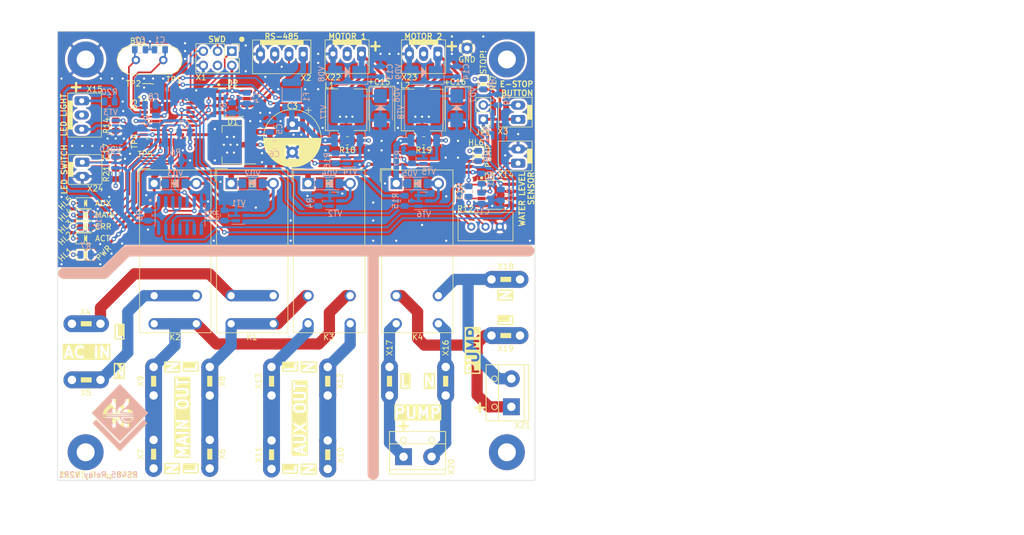
<source format=kicad_pcb>
(kicad_pcb
	(version 20240108)
	(generator "pcbnew")
	(generator_version "8.0")
	(general
		(thickness 1.6)
		(legacy_teardrops no)
	)
	(paper "A4")
	(layers
		(0 "F.Cu" signal)
		(31 "B.Cu" signal)
		(32 "B.Adhes" user "B.Adhesive")
		(33 "F.Adhes" user "F.Adhesive")
		(34 "B.Paste" user)
		(35 "F.Paste" user)
		(36 "B.SilkS" user "B.Silkscreen")
		(37 "F.SilkS" user "F.Silkscreen")
		(38 "B.Mask" user)
		(39 "F.Mask" user)
		(40 "Dwgs.User" user "User.Drawings")
		(41 "Cmts.User" user "User.Comments")
		(42 "Eco1.User" user "User.Eco1")
		(43 "Eco2.User" user "User.Eco2")
		(44 "Edge.Cuts" user)
		(45 "Margin" user)
		(46 "B.CrtYd" user "B.Courtyard")
		(47 "F.CrtYd" user "F.Courtyard")
		(48 "B.Fab" user)
		(49 "F.Fab" user)
		(50 "User.1" user)
		(51 "User.2" user)
		(52 "User.3" user)
		(53 "User.4" user)
		(54 "User.5" user)
		(55 "User.6" user)
		(56 "User.7" user)
		(57 "User.8" user)
		(58 "User.9" user)
	)
	(setup
		(pad_to_mask_clearance 0)
		(allow_soldermask_bridges_in_footprints no)
		(aux_axis_origin 40 110)
		(grid_origin 40 110)
		(pcbplotparams
			(layerselection 0x00010fc_ffffffff)
			(plot_on_all_layers_selection 0x0000000_00000000)
			(disableapertmacros no)
			(usegerberextensions no)
			(usegerberattributes no)
			(usegerberadvancedattributes no)
			(creategerberjobfile no)
			(dashed_line_dash_ratio 12.000000)
			(dashed_line_gap_ratio 3.000000)
			(svgprecision 4)
			(plotframeref no)
			(viasonmask no)
			(mode 1)
			(useauxorigin no)
			(hpglpennumber 1)
			(hpglpenspeed 20)
			(hpglpendiameter 15.000000)
			(pdf_front_fp_property_popups yes)
			(pdf_back_fp_property_popups yes)
			(dxfpolygonmode yes)
			(dxfimperialunits yes)
			(dxfusepcbnewfont yes)
			(psnegative no)
			(psa4output no)
			(plotreference yes)
			(plotvalue no)
			(plotfptext yes)
			(plotinvisibletext no)
			(sketchpadsonfab no)
			(subtractmaskfromsilk yes)
			(outputformat 1)
			(mirror no)
			(drillshape 0)
			(scaleselection 1)
			(outputdirectory "gerbers/")
		)
	)
	(net 0 "")
	(net 1 "Net-(D3-PF1)")
	(net 2 "Net-(D3-PF0)")
	(net 3 "GND")
	(net 4 "+12V")
	(net 5 "+3V3")
	(net 6 "E_STOP")
	(net 7 "Net-(D5A--)")
	(net 8 "Net-(D5A-+)")
	(net 9 "WATER")
	(net 10 "Net-(VD8-K)")
	(net 11 "Net-(VD9-K)")
	(net 12 "LIGHTS_SW")
	(net 13 "U1_RX")
	(net 14 "TXEN")
	(net 15 "U1_TX")
	(net 16 "Net-(D2-A)")
	(net 17 "Net-(D2-B)")
	(net 18 "RESET")
	(net 19 "Net-(D3-PA2)")
	(net 20 "Net-(D3-PA3)")
	(net 21 "LIGHTS")
	(net 22 "RL_EN")
	(net 23 "LED_AUX")
	(net 24 "LED_MAIN")
	(net 25 "LED_ERR")
	(net 26 "LED_ACT")
	(net 27 "unconnected-(D3-PA12-Pad22)")
	(net 28 "SWDIO")
	(net 29 "SWCLK")
	(net 30 "RL_AUX")
	(net 31 "RL_MAIN_uC")
	(net 32 "MOTOR1")
	(net 33 "MOTOR2")
	(net 34 "Net-(D3-PB6)")
	(net 35 "Net-(D3-PB7)")
	(net 36 "Net-(D4A-B)")
	(net 37 "LED_STOP")
	(net 38 "Net-(D4C-A)")
	(net 39 "RL_MAIN")
	(net 40 "Net-(X2-Pin_1)")
	(net 41 "unconnected-(H1-Pad1)")
	(net 42 "unconnected-(H2-Pad1)")
	(net 43 "unconnected-(H3-Pad1)")
	(net 44 "Net-(HL1-K)")
	(net 45 "Net-(HL2-K)")
	(net 46 "Net-(HL3-K)")
	(net 47 "Net-(HL4-K)")
	(net 48 "Net-(HL5-K)")
	(net 49 "Net-(HL6-K)")
	(net 50 "Net-(HL7-K)")
	(net 51 "/L_IN")
	(net 52 "/L_MAIN")
	(net 53 "Net-(VD2-A)")
	(net 54 "/N_IN")
	(net 55 "/N_MAIN")
	(net 56 "/L_AUX")
	(net 57 "/N_AUX")
	(net 58 "Net-(VD4-A)")
	(net 59 "Net-(X18-Pin_1)")
	(net 60 "Net-(X17-Pin_1)")
	(net 61 "Net-(X19-Pin_1)")
	(net 62 "Net-(X16-Pin_1)")
	(net 63 "Net-(VD5-A)")
	(net 64 "Net-(VD6-K)")
	(net 65 "Net-(VD7-K)")
	(net 66 "Net-(VT4-D)")
	(net 67 "Net-(VT5-D)")
	(net 68 "Net-(X15-Pin_1)")
	(net 69 "Net-(VT3-D)")
	(net 70 "unconnected-(X1-Pin_4-Pad4)")
	(net 71 "unconnected-(X15-Pin_2-Pad2)")
	(net 72 "unconnected-(X22-Pin_2-Pad2)")
	(net 73 "unconnected-(X23-Pin_2-Pad2)")
	(footprint "Package_SO:SOIC-8_3.9x4.9mm_P1.27mm" (layer "F.Cu") (at 71.2 42.599998))
	(footprint "Relay_THT:Relay_SPST_Omron_G2RL-1A-E" (layer "F.Cu") (at 57.2 57.1))
	(footprint "Ecohim:Connector_TAB_6.35mm" (layer "F.Cu") (at 57.1 92.34 90))
	(footprint "Capacitor_SMD:C_0805_2012Metric" (layer "F.Cu") (at 113.175 58.535 90))
	(footprint "LED_SMD:LED_0805_2012Metric" (layer "F.Cu") (at 45.000001 62.7))
	(footprint "Ecohim:TestPoint_Pad_D0.8mm_no_circle" (layer "F.Cu") (at 59.100001 39.6 180))
	(footprint "Ecohim:DS1070-3_WF-3_CONNFLY" (layer "F.Cu") (at 89.034999 34))
	(footprint "LED_SMD:LED_0805_2012Metric" (layer "F.Cu") (at 45 60.600001))
	(footprint "Resistor_SMD:R_0805_2012Metric" (layer "F.Cu") (at 50.3375 55.4 90))
	(footprint "Ecohim:Connector_TAB_6.35mm" (layer "F.Cu") (at 88.1 92.34 90))
	(footprint "LED_SMD:LED_0805_2012Metric" (layer "F.Cu") (at 45.000001 66.9))
	(footprint "Capacitor_SMD:C_0805_2012Metric" (layer "F.Cu") (at 50.3375 51.4 90))
	(footprint "Ecohim:Connector_TAB_6.35mm" (layer "F.Cu") (at 78.1 105.44 90))
	(footprint "Ecohim:TestPoint_Pad_D0.8mm_no_circle" (layer "F.Cu") (at 54.7 49.6 180))
	(footprint "Ecohim:Connector_TAB_6.35mm" (layer "F.Cu") (at 88.1 105.44 90))
	(footprint "Ecohim:Connector_TAB_6.35mm" (layer "F.Cu") (at 67.1 92.34 90))
	(footprint "Ecohim:Connector_TAB_6.35mm" (layer "F.Cu") (at 109.1 92.339999 -90))
	(footprint "Ecohim:TerminalBlock_KLS2-301-5.00-02P" (layer "F.Cu") (at 120.8 94.4 90))
	(footprint "Relay_THT:Relay_DPST_Omron_G2RL-2A" (layer "F.Cu") (at 100.3 57.1))
	(footprint "Ecohim:TestPoint_Pad_D0.8mm_no_circle" (layer "F.Cu") (at 57.8 39.6 180))
	(footprint "Connector_PinHeader_2.54mm:PinHeader_2x03_P2.54mm_Vertical" (layer "F.Cu") (at 71.025 33.525 -90))
	(footprint "MountingHole:MountingHole_3.2mm_M3_Pad" (layer "F.Cu") (at 45 105))
	(footprint "LED_SMD:LED_0805_2012Metric" (layer "F.Cu") (at 45 69.8))
	(footprint "Ecohim:Connector_TAB_6.35mm" (layer "F.Cu") (at 119.8 74.2))
	(footprint "Ecohim:Connector_TAB_6.35mm" (layer "F.Cu") (at 78.1 92.34 90))
	(footprint "Package_TO_SOT_SMD:SOT-223-3_TabPin2" (layer "F.Cu") (at 71.2 50.2 180))
	(footprint "Resistor_SMD:R_0805_2012Metric" (layer "F.Cu") (at 105.2 49.500001 180))
	(footprint "MountingHole:MountingHole_3.2mm_M3_Pad" (layer "F.Cu") (at 120 105))
	(footprint "Resistor_SMD:R_0805_2012Metric" (layer "F.Cu") (at 91.6 49.5 180))
	(footprint "MountingHole:MountingHole_3.2mm_M3_Pad" (layer "F.Cu") (at 45 35))
	(footprint "Ecohim:TestPoint_Pad_D0.8mm_no_circle" (layer "F.Cu") (at 55.5 50.6 180))
	(footprint "Ecohim:TerminalBlock_KLS2-301-5.00-02P" (layer "F.Cu") (at 104.1 105.8))
	(footprint "Ecohim:Connector_TAB_6.35mm" (layer "F.Cu") (at 57.1 105.34 90))
	(footprint "LED_SMD:LED_0805_2012Metric" (layer "F.Cu") (at 115.8 39.4 -90))
	(footprint "Ecohim:Ecohim-logo_10x12mm" (layer "F.Cu") (at 51.1 98.8))
	(footprint "LED_SMD:LED_0805_2012Metric" (layer "F.Cu") (at 45 64.8))
	(footprint "Potentiometer_THT:Potentiometer_Bourns_3296W_Vertical" (layer "F.Cu") (at 113.66 64.8 180))
	(footprint "Ecohim:DS1070-3_WF-3_CONNFLY" (layer "F.Cu") (at 102.635001 34))
	(footprint "TestPoint:TestPoint_THTPad_D2.0mm_Drill1.0mm" (layer "F.Cu") (at 112.9 33 180))
	(footprint "Ecohim:L_7.3x7.3_H4.5" (layer "F.Cu") (at 91.375 43.965 90))
	(footprint "Ecohim:Connector_TAB_6.35mm" (layer "F.Cu") (at 99.1 92.34 -90))
	(footprint "Relay_THT:Relay_DPST_Omron_G2RL-2A" (layer "F.Cu") (at 84.6 57.1))
	(footprint "Capacitor_Tantalum_SMD:CP_EIA-7343-31_Kemet-D" (layer "F.Cu") (at 111.3 44.2 -90))
	(footprint "Ecohim:DS1070-2_WF-2_CONNFLY" (layer "F.Cu") (at 122 50.95 -90))
	(footprint "Capacitor_Tantalum_SMD:CP_EIA-7343-31_Kemet-D" (layer "F.Cu") (at 97.775 44.165 -90))
	(footprint "MountingHole:MountingHole_3.2mm_M3_Pad" (layer "F.Cu") (at 120 35))
	(footprint "Ecohim:Connector_TAB_6.35mm" (layer "F.Cu") (at 67.1 105.34 90))
	(footprint "Package_SO:SOP-8_3.9x4.9mm_P1.27mm" (layer "F.Cu") (at 118.175 59.135))
	(footprint "Resistor_SMD:R_0805_2012Metric"
		(layer "F.Cu")
		(uuid "cdc853b3-51ea-4382-929f-491cce564b1d")
		(at 50.3375 46.8 -90)
		(descr "Resistor SMD 0805 (2012 Metric), square (rectangular) end terminal, IPC_7351 nominal, (Body size source: IPC-SM-782 page 72, https://www.pcb-3d.com/wordpress/wp-content/uploads/ipc-sm-782a_amendment_1_and_2.pdf), generat
... [940901 chars truncated]
</source>
